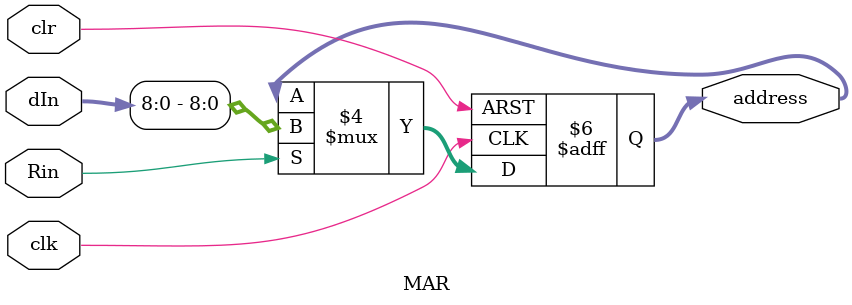
<source format=v>
`timescale 1ns/10ps 
module MAR #(parameter VAL = 0)(
    input wire clk,
    input wire clr,
    input wire [31:0] dIn,
    input wire Rin,
    output reg [8:0] address
);

    always @(posedge clk or negedge clr) begin
        if (clr == 0)
            address <= 0;
        else if (Rin)
            address <= dIn[8:0]; // Extract the lower 9 bits without sign extension
    end

    initial
        address = VAL;

endmodule

</source>
